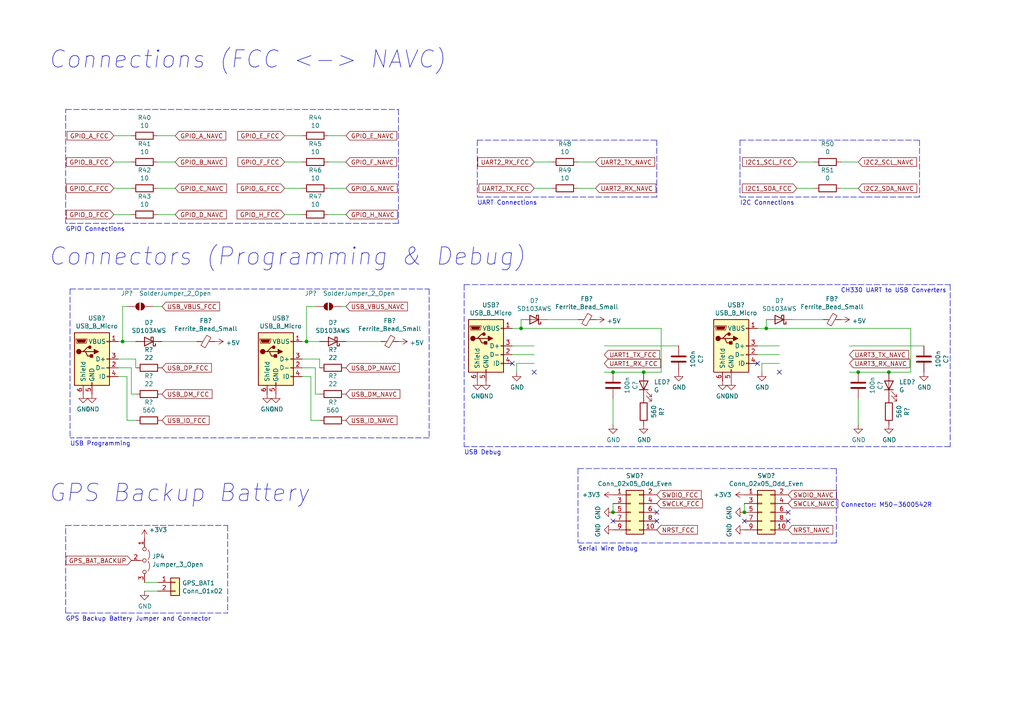
<source format=kicad_sch>
(kicad_sch (version 20231120) (generator "eeschema") (generator_version "8.0")
  (paper "A4")
  (title_block (title "Connections") (date "2019-10-27") (rev "0.1"))
  (lib_symbols
    (symbol "Connector_Generic:Conn_01x02" (pin_names (offset 1.016) hide)
      (property "Reference" "J" (at 0 2.54 0))
      (property "Value" "Conn_01x02" (at 0 -5.08 0))
      (symbol "Conn_01x02_1_1"
        (rectangle (start -1.27 -2.413) (end 0 -2.667) (stroke (width 0.1524)))
        (rectangle (start -1.27 0.127) (end 0 -0.127) (stroke (width 0.1524)))
        (rectangle (start -1.27 1.27) (end 1.27 -3.81) (stroke (width 0.254)) (fill (type background)))
        (pin passive line (at -5.08 0 0) (length 3.81) (name "Pin_1") (number "1"))
        (pin passive line (at -5.08 -2.54 0) (length 3.81) (name "Pin_2") (number "2"))
      )
    )
    (symbol "Connector_Generic:Conn_02x05_Odd_Even" (pin_names (offset 1.016) hide)
      (property "Reference" "J" (at 1.27 7.62 0))
      (property "Value" "Conn_02x05_Odd_Even" (at 1.27 -7.62 0))
      (symbol "Conn_02x05_Odd_Even_1_1"
        (rectangle (start -1.27 -4.953) (end 0 -5.207) (stroke (width 0.1524)))
        (rectangle (start -1.27 -2.413) (end 0 -2.667) (stroke (width 0.1524)))
        (rectangle (start -1.27 0.127) (end 0 -0.127) (stroke (width 0.1524)))
        (rectangle (start -1.27 2.667) (end 0 2.413) (stroke (width 0.1524)))
        (rectangle (start -1.27 5.207) (end 0 4.953) (stroke (width 0.1524)))
        (rectangle (start -1.27 6.35) (end 3.81 -6.35) (stroke (width 0.254)) (fill (type background)))
        (rectangle (start 3.81 -4.953) (end 2.54 -5.207) (stroke (width 0.1524)))
        (rectangle (start 3.81 -2.413) (end 2.54 -2.667) (stroke (width 0.1524)))
        (rectangle (start 3.81 0.127) (end 2.54 -0.127) (stroke (width 0.1524)))
        (rectangle (start 3.81 2.667) (end 2.54 2.413) (stroke (width 0.1524)))
        (rectangle (start 3.81 5.207) (end 2.54 4.953) (stroke (width 0.1524)))
        (pin passive line (at -5.08 5.08 0) (length 3.81) (name "Pin_1") (number "1"))
        (pin passive line (at 7.62 -5.08 180) (length 3.81) (name "Pin_10") (number "10"))
        (pin passive line (at 7.62 5.08 180) (length 3.81) (name "Pin_2") (number "2"))
        (pin passive line (at -5.08 2.54 0) (length 3.81) (name "Pin_3") (number "3"))
        (pin passive line (at 7.62 2.54 180) (length 3.81) (name "Pin_4") (number "4"))
        (pin passive line (at -5.08 0 0) (length 3.81) (name "Pin_5") (number "5"))
        (pin passive line (at 7.62 0 180) (length 3.81) (name "Pin_6") (number "6"))
        (pin passive line (at -5.08 -2.54 0) (length 3.81) (name "Pin_7") (number "7"))
        (pin passive line (at 7.62 -2.54 180) (length 3.81) (name "Pin_8") (number "8"))
        (pin passive line (at -5.08 -5.08 0) (length 3.81) (name "Pin_9") (number "9"))
      )
    )
    (symbol "Device:C" (pin_numbers hide) (pin_names (offset 0.254))
      (property "Reference" "C" (at 0.635 2.54 0))
      (property "Value" "C" (at 0.635 -2.54 0))
      (symbol "C_0_1"
        (polyline (pts (xy -2.032 -0.762) (xy 2.032 -0.762)) (stroke (width 0.508)))
        (polyline (pts (xy -2.032 0.762) (xy 2.032 0.762)) (stroke (width 0.508)))
      )
      (symbol "C_1_1"
        (pin passive line (at 0 3.81 270) (length 2.794) (name "~") (number "1"))
        (pin passive line (at 0 -3.81 90) (length 2.794) (name "~") (number "2"))
      )
    )
    (symbol "Device:D_Schottky" (pin_numbers hide) (pin_names (offset 1.016) hide)
      (property "Reference" "D" (at 0 2.54 0))
      (property "Value" "D_Schottky" (at 0 -2.54 0))
      (symbol "D_Schottky_0_1"
        (polyline (pts (xy 1.27 0) (xy -1.27 0)))
        (polyline (pts (xy 1.27 1.27) (xy 1.27 -1.27) (xy -1.27 0) (xy 1.27 1.27)) (stroke (width 0.254)))
        (polyline (pts (xy -1.905 0.635) (xy -1.905 1.27) (xy -1.27 1.27) (xy -1.27 -1.27) (xy -0.635 -1.27) (xy -0.635 -0.635)) (stroke (width 0.254)))
      )
      (symbol "D_Schottky_1_1"
        (pin passive line (at -3.81 0 0) (length 2.54) (name "K") (number "1"))
        (pin passive line (at 3.81 0 180) (length 2.54) (name "A") (number "2"))
      )
    )
    (symbol "Device:LED" (pin_numbers hide) (pin_names (offset 1.016) hide)
      (property "Reference" "D" (at 0 2.54 0))
      (property "Value" "LED" (at 0 -2.54 0))
      (symbol "LED_0_1"
        (polyline (pts (xy -1.27 -1.27) (xy -1.27 1.27)) (stroke (width 0.254)))
        (polyline (pts (xy -1.27 0) (xy 1.27 0)))
        (polyline (pts (xy 1.27 -1.27) (xy 1.27 1.27) (xy -1.27 0) (xy 1.27 -1.27)) (stroke (width 0.254)))
        (polyline (pts (xy -3.048 -0.762) (xy -4.572 -2.286) (xy -3.81 -2.286) (xy -4.572 -2.286) (xy -4.572 -1.524)))
        (polyline (pts (xy -1.778 -0.762) (xy -3.302 -2.286) (xy -2.54 -2.286) (xy -3.302 -2.286) (xy -3.302 -1.524)))
      )
      (symbol "LED_1_1"
        (pin passive line (at -3.81 0 0) (length 2.54) (name "K") (number "1"))
        (pin passive line (at 3.81 0 180) (length 2.54) (name "A") (number "2"))
      )
    )
    (symbol "Device:R" (pin_numbers hide) (pin_names (offset 0))
      (property "Reference" "R" (at 2.032 0 90))
      (property "Value" "R" (at 0 0 90))
      (symbol "R_0_1"
        (rectangle (start -1.016 -2.54) (end 1.016 2.54) (stroke (width 0.254)))
      )
      (symbol "R_1_1"
        (pin passive line (at 0 3.81 270) (length 1.27) (name "~") (number "1"))
        (pin passive line (at 0 -3.81 90) (length 1.27) (name "~") (number "2"))
      )
    )
    (symbol "Hades-rescue:+3.3V-power" (power) (pin_names (offset 0))
      (property "Value" "power:+3.3V" (at 0 3.556 0))
      (symbol "+3.3V-power_0_1"
        (polyline (pts (xy -0.762 1.27) (xy 0 2.54)))
        (polyline (pts (xy 0 0) (xy 0 2.54)))
        (polyline (pts (xy 0 2.54) (xy 0.762 1.27)))
      )
      (symbol "+3.3V-power_1_1"
        (pin power_in line (at 0 0 90) (length 0) hide (name "+3V3") (number "1"))
      )
    )
    (symbol "Hades-rescue:+3V3-power" (power) (pin_names (offset 0))
      (property "Value" "power:+3V3" (at 0 3.556 0))
      (symbol "+3V3-power_0_1"
        (polyline (pts (xy -0.762 1.27) (xy 0 2.54)))
        (polyline (pts (xy 0 0) (xy 0 2.54)))
        (polyline (pts (xy 0 2.54) (xy 0.762 1.27)))
      )
      (symbol "+3V3-power_1_1"
        (pin power_in line (at 0 0 90) (length 0) hide (name "+3V3") (number "1"))
      )
    )
    (symbol "Hades-rescue:+5V-power" (power) (pin_names (offset 0))
      (property "Value" "power:+5V" (at 0 3.556 0))
      (symbol "+5V-power_0_1"
        (polyline (pts (xy -0.762 1.27) (xy 0 2.54)))
        (polyline (pts (xy 0 0) (xy 0 2.54)))
        (polyline (pts (xy 0 2.54) (xy 0.762 1.27)))
      )
      (symbol "+5V-power_1_1"
        (pin power_in line (at 0 0 90) (length 0) hide (name "+5V") (number "1"))
      )
    )
    (symbol "Hades-rescue:Ferrite_Bead_Small-Device" (pin_numbers hide) (pin_names (offset 0))
      (property "Reference" "L" (at 1.905 1.27 0))
      (property "Value" "Device:Ferrite_Bead_Small" (at 1.905 -1.27 0))
      (symbol "Ferrite_Bead_Small-Device_0_1"
        (polyline (pts (xy 0 -1.27) (xy 0 -0.7874)))
        (polyline (pts (xy 0 0.889) (xy 0 1.2954)))
        (polyline (pts (xy -1.8288 0.2794) (xy -1.1176 1.4986) (xy 1.8288 -0.2032) (xy 1.1176 -1.4224) (xy -1.8288 0.2794)))
      )
      (symbol "Ferrite_Bead_Small-Device_1_1"
        (pin passive line (at 0 2.54 270) (length 1.27) (name "~") (number "1"))
        (pin passive line (at 0 -2.54 90) (length 1.27) (name "~") (number "2"))
      )
    )
    (symbol "Hades-rescue:GND-power" (power) (pin_names (offset 0))
      (property "Value" "power:GND" (at 0 -3.81 0))
      (symbol "GND-power_0_1"
        (polyline (pts (xy 0 0) (xy 0 -1.27) (xy 1.27 -1.27) (xy 0 -2.54) (xy -1.27 -1.27) (xy 0 -1.27)))
      )
      (symbol "GND-power_1_1"
        (pin power_in line (at 0 0 270) (length 0) hide (name "GND") (number "1"))
      )
    )
    (symbol "Hades-rescue:Jumper_3_Open-Jumper" (pin_names (offset 0) hide)
      (property "Reference" "JP" (at -2.54 -2.54 0))
      (property "Value" "Jumper:Jumper_3_Open" (at 0 2.794 0))
      (symbol "Jumper_3_Open-Jumper_0_0"
        (circle (center -3.302 0) (radius 0.508))
        (circle (center 0 0) (radius 0.508))
        (circle (center 3.302 0) (radius 0.508))
      )
      (symbol "Jumper_3_Open-Jumper_0_1"
        (arc (start -0.254 1.016) (mid -1.651 1.4992) (end -3.048 1.016))
        (polyline (pts (xy 0 -0.508) (xy 0 -1.27)))
        (arc (start 3.048 1.016) (mid 1.651 1.4992) (end 0.254 1.016))
      )
      (symbol "Jumper_3_Open-Jumper_1_1"
        (pin passive line (at -6.35 0 0) (length 2.54) (name "A") (number "1"))
        (pin input line (at 0 -3.81 90) (length 2.54) (name "C") (number "2"))
        (pin passive line (at 6.35 0 180) (length 2.54) (name "B") (number "3"))
      )
    )
    (symbol "Hades-rescue:USB_B_Micro-Connector" (pin_names (offset 1.016))
      (property "Reference" "J" (at -5.08 11.43 0))
      (property "Value" "Connector:USB_B_Micro" (at -5.08 8.89 0))
      (symbol "USB_B_Micro-Connector_0_1"
        (rectangle (start -5.08 -7.62) (end 5.08 7.62) (stroke (width 0.254)) (fill (type background)))
        (circle (center -3.81 2.159) (radius 0.635) (stroke (width 0.254)) (fill (type outline)))
        (circle (center -0.635 3.429) (radius 0.381) (stroke (width 0.254)) (fill (type outline)))
        (rectangle (start -0.127 -7.62) (end 0.127 -6.858))
        (polyline (pts (xy -1.905 2.159) (xy 0.635 2.159)) (stroke (width 0.254)))
        (polyline (pts (xy -3.175 2.159) (xy -2.54 2.159) (xy -1.27 3.429) (xy -0.635 3.429)) (stroke (width 0.254)))
        (polyline (pts (xy -2.54 2.159) (xy -1.905 2.159) (xy -1.27 0.889) (xy 0 0.889)) (stroke (width 0.254)))
        (polyline (pts (xy 0.635 2.794) (xy 0.635 1.524) (xy 1.905 2.159) (xy 0.635 2.794)) (stroke (width 0.254)) (fill (type outline)))
        (polyline (pts (xy -4.318 5.588) (xy -1.778 5.588) (xy -2.032 4.826) (xy -4.064 4.826) (xy -4.318 5.588)) (fill (type outline)))
        (polyline (pts (xy -4.699 5.842) (xy -4.699 5.588) (xy -4.445 4.826) (xy -4.445 4.572) (xy -1.651 4.572) (xy -1.651 4.826) (xy -1.397 5.588) (xy -1.397 5.842) (xy -4.699 5.842)))
        (rectangle (start 0.254 1.27) (end -0.508 0.508) (stroke (width 0.254)) (fill (type outline)))
        (rectangle (start 5.08 -5.207) (end 4.318 -4.953))
        (rectangle (start 5.08 -2.667) (end 4.318 -2.413))
        (rectangle (start 5.08 -0.127) (end 4.318 0.127))
        (rectangle (start 5.08 4.953) (end 4.318 5.207))
      )
      (symbol "USB_B_Micro-Connector_1_1"
        (pin power_out line (at 7.62 5.08 180) (length 2.54) (name "VBUS") (number "1"))
        (pin passive line (at 7.62 -2.54 180) (length 2.54) (name "D-") (number "2"))
        (pin passive line (at 7.62 0 180) (length 2.54) (name "D+") (number "3"))
        (pin passive line (at 7.62 -5.08 180) (length 2.54) (name "ID") (number "4"))
        (pin power_out line (at 0 -10.16 90) (length 2.54) (name "GND") (number "5"))
        (pin passive line (at -2.54 -10.16 90) (length 2.54) (name "Shield") (number "6"))
      )
    )
    (symbol "Jumper:SolderJumper_2_Open" (pin_numbers hide) (pin_names (offset 0) hide) (exclude_from_sim yes) (in_bom no)
      (property "Reference" "JP" (at 0 2.032 0))
      (property "Value" "SolderJumper_2_Open" (at 0 -2.54 0))
      (symbol "SolderJumper_2_Open_0_1"
        (arc (start -0.254 1.016) (mid -1.2656 0) (end -0.254 -1.016))
        (arc (start -0.254 1.016) (mid -1.2656 0) (end -0.254 -1.016) (fill (type outline)))
        (polyline (pts (xy -0.254 1.016) (xy -0.254 -1.016)))
        (polyline (pts (xy 0.254 1.016) (xy 0.254 -1.016)))
        (arc (start 0.254 -1.016) (mid 1.2656 0) (end 0.254 1.016))
        (arc (start 0.254 -1.016) (mid 1.2656 0) (end 0.254 1.016) (fill (type outline)))
      )
      (symbol "SolderJumper_2_Open_1_1"
        (pin passive line (at -3.81 0 0) (length 2.54) (name "A") (number "1"))
        (pin passive line (at 3.81 0 180) (length 2.54) (name "B") (number "2"))
      )
    )
  )
  (junction (at 186.69 107.95))
  (junction (at 222.25 95.25))
  (junction (at 215.9 148.59))
  (junction (at 177.8 107.95))
  (junction (at 151.13 95.25))
  (junction (at 177.8 148.59))
  (junction (at 88.9 99.06))
  (junction (at 257.81 107.95))
  (junction (at 248.92 107.95))
  (junction (at 35.56 99.06))
  (no_connect (at 219.71 105.41))
  (no_connect (at 190.5 151.13))
  (no_connect (at 190.5 148.59))
  (no_connect (at 226.06 107.95))
  (no_connect (at 154.94 107.95))
  (no_connect (at 228.6 151.13))
  (no_connect (at 148.59 105.41))
  (no_connect (at 177.8 151.13))
  (no_connect (at 228.6 148.59))
  (no_connect (at 215.9 151.13))
  (wire (pts (xy 220.98 105.41) (xy 226.06 105.41)))
  (polyline (pts (xy 167.64 135.89) (xy 242.57 135.89)) (stroke (width 0) (type dash)))
  (wire (pts (xy 38.1 39.37) (xy 33.02 39.37)))
  (wire (pts (xy 236.22 46.99) (xy 231.14 46.99)))
  (wire (pts (xy 191.77 95.25) (xy 191.77 107.95)))
  (wire (pts (xy 38.1 106.68) (xy 38.1 114.3)))
  (wire (pts (xy 91.44 88.9) (xy 88.9 88.9)))
  (polyline (pts (xy 134.62 82.55) (xy 275.59 82.55)) (stroke (width 0) (type dash)))
  (wire (pts (xy 88.9 88.9) (xy 88.9 99.06)))
  (wire (pts (xy 151.13 92.71) (xy 151.13 95.25)))
  (wire (pts (xy 100.33 46.99) (xy 95.25 46.99)))
  (polyline (pts (xy 115.57 31.75) (xy 115.57 64.77)) (stroke (width 0) (type dash)))
  (wire (pts (xy 92.71 104.14) (xy 87.63 104.14)))
  (wire (pts (xy 50.8 54.61) (xy 45.72 54.61)))
  (wire (pts (xy 222.25 95.25) (xy 264.16 95.25)))
  (wire (pts (xy 34.29 109.22) (xy 36.83 109.22)))
  (wire (pts (xy 35.56 88.9) (xy 35.56 99.06)))
  (wire (pts (xy 238.76 92.71) (xy 229.87 92.71)))
  (wire (pts (xy 148.59 95.25) (xy 151.13 95.25)))
  (polyline (pts (xy 134.62 82.55) (xy 134.62 129.54)) (stroke (width 0) (type dash)))
  (wire (pts (xy 87.63 54.61) (xy 82.55 54.61)))
  (wire (pts (xy 34.29 99.06) (xy 35.56 99.06)))
  (polyline (pts (xy 66.04 152.4) (xy 66.04 177.8)) (stroke (width 0) (type dash)))
  (wire (pts (xy 50.8 39.37) (xy 45.72 39.37)))
  (wire (pts (xy 33.02 62.23) (xy 38.1 62.23)))
  (wire (pts (xy 87.63 39.37) (xy 82.55 39.37)))
  (wire (pts (xy 149.86 107.95) (xy 149.86 105.41)))
  (wire (pts (xy 160.02 54.61) (xy 154.94 54.61)))
  (wire (pts (xy 41.91 171.45) (xy 45.72 171.45)))
  (polyline (pts (xy 190.5 57.15) (xy 138.43 57.15)) (stroke (width 0) (type dash)))
  (wire (pts (xy 148.59 102.87) (xy 154.94 102.87)))
  (wire (pts (xy 167.64 92.71) (xy 158.75 92.71)))
  (polyline (pts (xy 275.59 129.54) (xy 134.62 129.54)) (stroke (width 0) (type dash)))
  (polyline (pts (xy 124.46 127) (xy 20.32 127)) (stroke (width 0) (type dash)))
  (wire (pts (xy 100.33 54.61) (xy 95.25 54.61)))
  (polyline (pts (xy 214.63 40.64) (xy 266.7 40.64)) (stroke (width 0) (type dash)))
  (wire (pts (xy 186.69 107.95) (xy 191.77 107.95)))
  (wire (pts (xy 248.92 46.99) (xy 243.84 46.99)))
  (wire (pts (xy 91.44 106.68) (xy 91.44 114.3)))
  (wire (pts (xy 92.71 106.68) (xy 92.71 104.14)))
  (wire (pts (xy 90.17 121.92) (xy 92.71 121.92)))
  (polyline (pts (xy 19.05 152.4) (xy 66.04 152.4)) (stroke (width 0) (type dash)))
  (wire (pts (xy 36.83 121.92) (xy 39.37 121.92)))
  (wire (pts (xy 177.8 107.95) (xy 186.69 107.95)))
  (wire (pts (xy 160.02 46.99) (xy 154.94 46.99)))
  (wire (pts (xy 100.33 99.06) (xy 110.49 99.06)))
  (polyline (pts (xy 138.43 40.64) (xy 190.5 40.64)) (stroke (width 0) (type dash)))
  (wire (pts (xy 87.63 109.22) (xy 90.17 109.22)))
  (wire (pts (xy 91.44 114.3) (xy 92.71 114.3)))
  (wire (pts (xy 57.15 99.06) (xy 46.99 99.06)))
  (wire (pts (xy 45.72 168.91) (xy 41.91 168.91)))
  (wire (pts (xy 39.37 106.68) (xy 39.37 104.14)))
  (wire (pts (xy 35.56 99.06) (xy 39.37 99.06)))
  (wire (pts (xy 99.06 88.9) (xy 100.33 88.9)))
  (wire (pts (xy 222.25 92.71) (xy 222.25 95.25)))
  (wire (pts (xy 87.63 62.23) (xy 82.55 62.23)))
  (wire (pts (xy 50.8 46.99) (xy 45.72 46.99)))
  (polyline (pts (xy 20.32 83.82) (xy 20.32 127)) (stroke (width 0) (type dash)))
  (wire (pts (xy 87.63 99.06) (xy 88.9 99.06)))
  (polyline (pts (xy 19.05 31.75) (xy 115.57 31.75)) (stroke (width 0) (type dash)))
  (polyline (pts (xy 190.5 40.64) (xy 190.5 57.15)) (stroke (width 0) (type dash)))
  (wire (pts (xy 248.92 107.95) (xy 257.81 107.95)))
  (wire (pts (xy 219.71 95.25) (xy 222.25 95.25)))
  (wire (pts (xy 175.26 100.33) (xy 196.85 100.33)))
  (wire (pts (xy 88.9 99.06) (xy 92.71 99.06)))
  (wire (pts (xy 149.86 105.41) (xy 154.94 105.41)))
  (wire (pts (xy 87.63 106.68) (xy 91.44 106.68)))
  (polyline (pts (xy 242.57 135.89) (xy 242.57 157.48)) (stroke (width 0) (type dash)))
  (wire (pts (xy 151.13 95.25) (xy 191.77 95.25)))
  (polyline (pts (xy 20.32 83.82) (xy 124.46 83.82)) (stroke (width 0) (type dash)))
  (polyline (pts (xy 115.57 64.77) (xy 19.05 64.77)) (stroke (width 0) (type dash)))
  (polyline (pts (xy 266.7 40.64) (xy 266.7 57.15)) (stroke (width 0) (type dash)))
  (wire (pts (xy 215.9 148.59) (xy 215.9 146.05)))
  (polyline (pts (xy 19.05 177.8) (xy 66.04 177.8)) (stroke (width 0) (type dash)))
  (polyline (pts (xy 19.05 177.8) (xy 19.05 152.4)) (stroke (width 0) (type dash)))
  (wire (pts (xy 90.17 109.22) (xy 90.17 121.92)))
  (wire (pts (xy 257.81 107.95) (xy 264.16 107.95)))
  (wire (pts (xy 172.72 54.61) (xy 167.64 54.61)))
  (polyline (pts (xy 124.46 83.82) (xy 124.46 127)) (stroke (width 0) (type dash)))
  (wire (pts (xy 264.16 95.25) (xy 264.16 107.95)))
  (wire (pts (xy 33.02 54.61) (xy 38.1 54.61)))
  (wire (pts (xy 36.83 88.9) (xy 35.56 88.9)))
  (polyline (pts (xy 266.7 57.15) (xy 214.63 57.15)) (stroke (width 0) (type dash)))
  (polyline (pts (xy 214.63 40.64) (xy 214.63 57.15)) (stroke (width 0) (type dash)))
  (wire (pts (xy 236.22 54.61) (xy 231.14 54.61)))
  (wire (pts (xy 50.8 62.23) (xy 45.72 62.23)))
  (polyline (pts (xy 138.43 40.64) (xy 138.43 57.15)) (stroke (width 0) (type dash)))
  (wire (pts (xy 87.63 46.99) (xy 82.55 46.99)))
  (wire (pts (xy 33.02 46.99) (xy 38.1 46.99)))
  (wire (pts (xy 177.8 107.95) (xy 175.26 107.95)))
  (wire (pts (xy 46.99 88.9) (xy 44.45 88.9)))
  (wire (pts (xy 219.71 102.87) (xy 226.06 102.87)))
  (polyline (pts (xy 242.57 157.48) (xy 167.64 157.48)) (stroke (width 0) (type dash)))
  (wire (pts (xy 100.33 39.37) (xy 95.25 39.37)))
  (wire (pts (xy 246.38 100.33) (xy 267.97 100.33)))
  (wire (pts (xy 39.37 104.14) (xy 34.29 104.14)))
  (wire (pts (xy 248.92 123.19) (xy 248.92 115.57)))
  (wire (pts (xy 172.72 46.99) (xy 167.64 46.99)))
  (wire (pts (xy 36.83 109.22) (xy 36.83 121.92)))
  (polyline (pts (xy 167.64 135.89) (xy 167.64 157.48)) (stroke (width 0) (type dash)))
  (wire (pts (xy 100.33 62.23) (xy 95.25 62.23)))
  (wire (pts (xy 248.92 54.61) (xy 243.84 54.61)))
  (wire (pts (xy 38.1 114.3) (xy 39.37 114.3)))
  (wire (pts (xy 248.92 107.95) (xy 246.38 107.95)))
  (wire (pts (xy 34.29 106.68) (xy 38.1 106.68)))
  (polyline (pts (xy 19.05 64.77) (xy 19.05 31.75)) (stroke (width 0) (type dash)))
  (polyline (pts (xy 275.59 82.55) (xy 275.59 129.54)) (stroke (width 0) (type dash)))
  (wire (pts (xy 177.8 123.19) (xy 177.8 115.57)))
  (wire (pts (xy 177.8 148.59) (xy 177.8 146.05)))
  (wire (pts (xy 148.59 100.33) (xy 154.94 100.33)))
  (wire (pts (xy 219.71 100.33) (xy 226.06 100.33)))
  (wire (pts (xy 220.98 107.95) (xy 220.98 105.41)))
  (text "GPS Backup Battery" (at 13.97 146.05 0) (effects (font (size 5.0038 5.0038) (italic yes)) (justify left bottom)))
  (text "UART Connections" (at 138.43 59.69 0) (effects (font (size 1.27 1.27)) (justify left bottom)))
  (text "Connections (FCC <-> NAVC)" (at 13.97 20.32 0) (effects (font (size 5.0038 5.0038) (italic yes)) (justify left bottom)))
  (text "USB Debug" (at 134.62 132.08 0) (effects (font (size 1.27 1.27)) (justify left bottom)))
  (text "I2C Connections" (at 214.63 59.69 0) (effects (font (size 1.27 1.27)) (justify left bottom)))
  (text "Connector: M50-3600542R" (at 243.84 147.32 0) (effects (font (size 1.27 1.27)) (justify left bottom)))
  (text "Serial Wire Debug" (at 167.64 160.02 0) (effects (font (size 1.27 1.27)) (justify left bottom)))
  (text "CH330 UART to USB Converters" (at 243.84 85.09 0) (effects (font (size 1.27 1.27)) (justify left bottom)))
  (text "USB Programming" (at 20.32 129.54 0) (effects (font (size 1.27 1.27)) (justify left bottom)))
  (text "GPIO Connections" (at 19.05 67.31 0) (effects (font (size 1.27 1.27)) (justify left bottom)))
  (text "Connectors (Programming & Debug)" (at 13.97 77.47 0) (effects (font (size 5.0038 5.0038) (italic yes)) (justify left bottom)))
  (text "GPS Backup Battery Jumper and Connector" (at 19.05 180.34 0) (effects (font (size 1.27 1.27)) (justify left bottom)))
  (global_label "I2C2_SDA_NAVC" (shape input) (at 248.92 54.61 0) (property "Intersheetrefs" "${INTERSHEET_REFS}" (effects (hide yes))))
  (global_label "UART2_TX_NAVC" (shape input) (at 172.72 46.99 0) (property "Intersheetrefs" "${INTERSHEET_REFS}" (effects (hide yes))))
  (global_label "GPS_BAT_BACKUP" (shape input) (at 38.1 162.56 180) (property "Intersheetrefs" "${INTERSHEET_REFS}" (effects (hide yes))))
  (global_label "I2C1_SDA_FCC" (shape input) (at 231.14 54.61 180) (property "Intersheetrefs" "${INTERSHEET_REFS}" (effects (hide yes))))
  (global_label "USB_ID_FCC" (shape input) (at 46.99 121.92 0) (property "Intersheetrefs" "${INTERSHEET_REFS}" (effects (hide yes))))
  (global_label "GPIO_E_NAVC" (shape input) (at 100.33 39.37 0) (property "Intersheetrefs" "${INTERSHEET_REFS}" (effects (hide yes))))
  (global_label "GPIO_H_FCC" (shape input) (at 82.55 62.23 180) (property "Intersheetrefs" "${INTERSHEET_REFS}" (effects (hide yes))))
  (global_label "NRST_FCC" (shape input) (at 190.5 153.67 0) (property "Intersheetrefs" "${INTERSHEET_REFS}" (effects (hide yes))))
  (global_label "GPIO_C_FCC" (shape input) (at 33.02 54.61 180) (property "Intersheetrefs" "${INTERSHEET_REFS}" (effects (hide yes))))
  (global_label "USB_ID_NAVC" (shape input) (at 100.33 121.92 0) (property "Intersheetrefs" "${INTERSHEET_REFS}" (effects (hide yes))))
  (global_label "UART3_RX_NAVC" (shape input) (at 246.38 105.41 0) (property "Intersheetrefs" "${INTERSHEET_REFS}" (effects (hide yes))))
  (global_label "GPIO_A_NAVC" (shape input) (at 50.8 39.37 0) (property "Intersheetrefs" "${INTERSHEET_REFS}" (effects (hide yes))))
  (global_label "USB_DM_NAVC" (shape input) (at 100.33 114.3 0) (property "Intersheetrefs" "${INTERSHEET_REFS}" (effects (hide yes))))
  (global_label "UART1_RX_FCC" (shape input) (at 175.26 105.41 0) (property "Intersheetrefs" "${INTERSHEET_REFS}" (effects (hide yes))))
  (global_label "UART2_RX_NAVC" (shape input) (at 172.72 54.61 0) (property "Intersheetrefs" "${INTERSHEET_REFS}" (effects (hide yes))))
  (global_label "GPIO_A_FCC" (shape input) (at 33.02 39.37 180) (property "Intersheetrefs" "${INTERSHEET_REFS}" (effects (hide yes))))
  (global_label "GPIO_H_NAVC" (shape input) (at 100.33 62.23 0) (property "Intersheetrefs" "${INTERSHEET_REFS}" (effects (hide yes))))
  (global_label "I2C2_SCL_NAVC" (shape input) (at 248.92 46.99 0) (property "Intersheetrefs" "${INTERSHEET_REFS}" (effects (hide yes))))
  (global_label "UART3_TX_NAVC" (shape input) (at 246.38 102.87 0) (property "Intersheetrefs" "${INTERSHEET_REFS}" (effects (hide yes))))
  (global_label "USB_VBUS_FCC" (shape input) (at 46.99 88.9 0) (property "Intersheetrefs" "${INTERSHEET_REFS}" (effects (hide yes))))
  (global_label "I2C1_SCL_FCC" (shape input) (at 231.14 46.99 180) (property "Intersheetrefs" "${INTERSHEET_REFS}" (effects (hide yes))))
  (global_label "NRST_NAVC" (shape input) (at 228.6 153.67 0) (property "Intersheetrefs" "${INTERSHEET_REFS}" (effects (hide yes))))
  (global_label "USB_DP_NAVC" (shape input) (at 100.33 106.68 0) (property "Intersheetrefs" "${INTERSHEET_REFS}" (effects (hide yes))))
  (global_label "GPIO_B_FCC" (shape input) (at 33.02 46.99 180) (property "Intersheetrefs" "${INTERSHEET_REFS}" (effects (hide yes))))
  (global_label "GPIO_G_FCC" (shape input) (at 82.55 54.61 180) (property "Intersheetrefs" "${INTERSHEET_REFS}" (effects (hide yes))))
  (global_label "SWCLK_NAVC" (shape input) (at 228.6 146.05 0) (property "Intersheetrefs" "${INTERSHEET_REFS}" (effects (hide yes))))
  (global_label "USB_DP_FCC" (shape input) (at 46.99 106.68 0) (property "Intersheetrefs" "${INTERSHEET_REFS}" (effects (hide yes))))
  (global_label "GPIO_D_NAVC" (shape input) (at 50.8 62.23 0) (property "Intersheetrefs" "${INTERSHEET_REFS}" (effects (hide yes))))
  (global_label "SWCLK_FCC" (shape input) (at 190.5 146.05 0) (property "Intersheetrefs" "${INTERSHEET_REFS}" (effects (hide yes))))
  (global_label "UART1_TX_FCC" (shape input) (at 175.26 102.87 0) (property "Intersheetrefs" "${INTERSHEET_REFS}" (effects (hide yes))))
  (global_label "USB_VBUS_NAVC" (shape input) (at 100.33 88.9 0) (property "Intersheetrefs" "${INTERSHEET_REFS}" (effects (hide yes))))
  (global_label "UART2_TX_FCC" (shape input) (at 154.94 54.61 180) (property "Intersheetrefs" "${INTERSHEET_REFS}" (effects (hide yes))))
  (global_label "GPIO_C_NAVC" (shape input) (at 50.8 54.61 0) (property "Intersheetrefs" "${INTERSHEET_REFS}" (effects (hide yes))))
  (global_label "UART2_RX_FCC" (shape input) (at 154.94 46.99 180) (property "Intersheetrefs" "${INTERSHEET_REFS}" (effects (hide yes))))
  (global_label "GPIO_G_NAVC" (shape input) (at 100.33 54.61 0) (property "Intersheetrefs" "${INTERSHEET_REFS}" (effects (hide yes))))
  (global_label "SWDIO_FCC" (shape input) (at 190.5 143.51 0) (property "Intersheetrefs" "${INTERSHEET_REFS}" (effects (hide yes))))
  (global_label "GPIO_B_NAVC" (shape input) (at 50.8 46.99 0) (property "Intersheetrefs" "${INTERSHEET_REFS}" (effects (hide yes))))
  (global_label "SWDIO_NAVC" (shape input) (at 228.6 143.51 0) (property "Intersheetrefs" "${INTERSHEET_REFS}" (effects (hide yes))))
  (global_label "GPIO_F_NAVC" (shape input) (at 100.33 46.99 0) (property "Intersheetrefs" "${INTERSHEET_REFS}" (effects (hide yes))))
  (global_label "GPIO_E_FCC" (shape input) (at 82.55 39.37 180) (property "Intersheetrefs" "${INTERSHEET_REFS}" (effects (hide yes))))
  (global_label "GPIO_D_FCC" (shape input) (at 33.02 62.23 180) (property "Intersheetrefs" "${INTERSHEET_REFS}" (effects (hide yes))))
  (global_label "USB_DM_FCC" (shape input) (at 46.99 114.3 0) (property "Intersheetrefs" "${INTERSHEET_REFS}" (effects (hide yes))))
  (global_label "GPIO_F_FCC" (shape input) (at 82.55 46.99 180) (property "Intersheetrefs" "${INTERSHEET_REFS}" (effects (hide yes))))
  (symbol (lib_id "Hades-rescue:USB_B_Micro-Connector") (at 26.67 104.14 0) (unit 1)
    (property "Reference" "USB1" (at 28.067 92.2782 0))
    (property "Value" "USB_B_Micro" (at 28.067 94.5896 0))
    (property "Footprint" "Connector_USB:USB_Micro-B_Wuerth_629105150521_CircularHoles" (effects (hide yes)))
    (instances (project "" (path "" (reference "USB?") (unit 1)) (path "" (reference "USB1") (unit 1))))
  )
  (symbol (lib_id "Device:R") (at 43.18 106.68 270) (unit 1)
    (property "Reference" "R52" (at 43.18 101.4222 90))
    (property "Value" "22" (at 43.18 103.7336 90))
    (property "Footprint" "Resistor_SMD:R_0402_1005Metric" (effects (hide yes)))
    (instances (project "" (path "" (reference "R?") (unit 1)) (path "" (reference "R52") (unit 1))))
  )
  (symbol (lib_id "Device:R") (at 43.18 114.3 270) (unit 1)
    (property "Reference" "R53" (at 43.18 109.0422 90))
    (property "Value" "22" (at 43.18 111.3536 90))
    (property "Footprint" "Resistor_SMD:R_0402_1005Metric" (effects (hide yes)))
    (instances (project "" (path "" (reference "R?") (unit 1)) (path "" (reference "R53") (unit 1))))
  )
  (symbol (lib_id "Device:R") (at 43.18 121.92 270) (unit 1)
    (property "Reference" "R54" (at 43.18 116.6622 90))
    (property "Value" "560" (at 43.18 118.9736 90))
    (property "Footprint" "Resistor_SMD:R_0402_1005Metric" (effects (hide yes)))
    (instances (project "" (path "" (reference "R?") (unit 1)) (path "" (reference "R54") (unit 1))))
  )
  (symbol (lib_id "Hades-rescue:GND-power") (at 24.13 114.3 0) (unit 1)
    (property "Reference" "#PWR019" (effects (hide yes)))
    (property "Value" "GND" (at 24.257 118.6942 0))
    (instances (project "" (path "" (reference "#PWR?") (unit 1)) (path "" (reference "#PWR019") (unit 1))))
  )
  (symbol (lib_id "Hades-rescue:GND-power") (at 26.67 114.3 0) (unit 1)
    (property "Reference" "#PWR021" (effects (hide yes)))
    (property "Value" "GND" (at 26.797 118.6942 0))
    (instances (project "" (path "" (reference "#PWR?") (unit 1)) (path "" (reference "#PWR021") (unit 1))))
  )
  (symbol (lib_id "Device:D_Schottky") (at 43.18 99.06 180) (unit 1)
    (property "Reference" "D2" (at 43.18 93.5736 0))
    (property "Value" "SD103AWS" (at 43.18 95.885 0))
    (property "Footprint" "Diode_SMD:D_SOD-323" (effects (hide yes)))
    (instances (project "" (path "" (reference "D?") (unit 1)) (path "" (reference "D2") (unit 1))))
  )
  (symbol (lib_id "Hades-rescue:+5V-power") (at 62.23 99.06 270) (unit 1)
    (property "Reference" "#PWR022" (effects (hide yes)))
    (property "Value" "+5V" (at 65.4812 99.441 90) (effects (justify left)))
    (instances (project "" (path "" (reference "#PWR?") (unit 1)) (path "" (reference "#PWR022") (unit 1))))
  )
  (symbol (lib_id "Hades-rescue:USB_B_Micro-Connector") (at 140.97 100.33 0) (unit 1)
    (property "Reference" "USB3" (at 142.367 88.4682 0))
    (property "Value" "USB_B_Micro" (at 142.367 90.7796 0))
    (property "Footprint" "Connector_USB:USB_Micro-B_Wuerth_629105150521_CircularHoles" (effects (hide yes)))
    (instances (project "" (path "" (reference "USB?") (unit 1)) (path "" (reference "USB3") (unit 1))))
  )
  (symbol (lib_id "Hades-rescue:GND-power") (at 138.43 110.49 0) (unit 1)
    (property "Reference" "#PWR026" (effects (hide yes)))
    (property "Value" "GND" (at 138.557 114.8842 0))
    (instances (project "" (path "" (reference "#PWR?") (unit 1)) (path "" (reference "#PWR026") (unit 1))))
  )
  (symbol (lib_id "Hades-rescue:GND-power") (at 140.97 110.49 0) (unit 1)
    (property "Reference" "#PWR027" (effects (hide yes)))
    (property "Value" "GND" (at 141.097 114.8842 0))
    (instances (project "" (path "" (reference "#PWR?") (unit 1)) (path "" (reference "#PWR027") (unit 1))))
  )
  (symbol (lib_id "Device:LED") (at 186.69 111.76 90) (unit 1)
    (property "Reference" "LED13" (at 189.6618 110.7948 90) (effects (justify right)))
    (property "Value" "G" (at 189.6618 113.1062 90) (effects (justify right)))
    (property "Footprint" "LED_SMD:LED_0603_1608Metric" (effects (hide yes)))
    (instances (project "" (path "" (reference "LED?") (unit 1)) (path "" (reference "LED13") (unit 1))))
  )
  (symbol (lib_id "Device:R") (at 186.69 119.38 180) (unit 1)
    (property "Reference" "R58" (at 191.9478 119.38 90))
    (property "Value" "560" (at 189.6364 119.38 90))
    (property "Footprint" "Resistor_SMD:R_0603_1608Metric" (effects (hide yes)))
    (instances (project "" (path "" (reference "R?") (unit 1)) (path "" (reference "R58") (unit 1))))
  )
  (symbol (lib_id "Hades-rescue:GND-power") (at 186.69 123.19 0) (unit 1)
    (property "Reference" "#PWR063" (effects (hide yes)))
    (property "Value" "GND" (at 186.817 127.5842 0))
    (instances (project "" (path "" (reference "#PWR?") (unit 1)) (path "" (reference "#PWR063") (unit 1))))
  )
  (symbol (lib_id "Device:C") (at 177.8 111.76 180) (unit 1)
    (property "Reference" "C68" (at 184.2008 111.76 90))
    (property "Value" "100n" (at 181.8894 111.76 90))
    (property "Footprint" "Capacitor_SMD:C_0402_1005Metric" (effects (hide yes)))
    (instances (project "" (path "" (reference "C?") (unit 1)) (path "" (reference "C68") (unit 1))))
  )
  (symbol (lib_id "Hades-rescue:GND-power") (at 177.8 123.19 0) (unit 1)
    (property "Reference" "#PWR031" (effects (hide yes)))
    (property "Value" "GND" (at 177.927 127.5842 0))
    (instances (project "" (path "" (reference "#PWR?") (unit 1)) (path "" (reference "#PWR031") (unit 1))))
  )
  (symbol (lib_id "Hades-rescue:GND-power") (at 149.86 107.95 0) (unit 1)
    (property "Reference" "#PWR028" (effects (hide yes)))
    (property "Value" "GND" (at 149.987 112.3442 0))
    (instances (project "" (path "" (reference "#PWR?") (unit 1)) (path "" (reference "#PWR028") (unit 1))))
  )
  (symbol (lib_id "Device:C") (at 196.85 104.14 180) (unit 1)
    (property "Reference" "C69" (at 203.2508 104.14 90))
    (property "Value" "100n" (at 200.9394 104.14 90))
    (property "Footprint" "Capacitor_SMD:C_0402_1005Metric" (effects (hide yes)))
    (instances (project "" (path "" (reference "C?") (unit 1)) (path "" (reference "C69") (unit 1))))
  )
  (symbol (lib_id "Hades-rescue:GND-power") (at 196.85 107.95 0) (unit 1)
    (property "Reference" "#PWR066" (effects (hide yes)))
    (property "Value" "GND" (at 196.977 112.3442 0))
    (instances (project "" (path "" (reference "#PWR?") (unit 1)) (path "" (reference "#PWR066") (unit 1))))
  )
  (symbol (lib_id "Hades-rescue:USB_B_Micro-Connector") (at 80.01 104.14 0) (unit 1)
    (property "Reference" "USB2" (at 81.407 92.2782 0))
    (property "Value" "USB_B_Micro" (at 81.407 94.5896 0))
    (property "Footprint" "Connector_USB:USB_Micro-B_Wuerth_629105150521_CircularHoles" (effects (hide yes)))
    (instances (project "" (path "" (reference "USB?") (unit 1)) (path "" (reference "USB2") (unit 1))))
  )
  (symbol (lib_id "Device:R") (at 96.52 106.68 270) (unit 1)
    (property "Reference" "R55" (at 96.52 101.4222 90))
    (property "Value" "22" (at 96.52 103.7336 90))
    (property "Footprint" "Resistor_SMD:R_0402_1005Metric" (effects (hide yes)))
    (instances (project "" (path "" (reference "R?") (unit 1)) (path "" (reference "R55") (unit 1))))
  )
  (symbol (lib_id "Device:R") (at 96.52 114.3 270) (unit 1)
    (property "Reference" "R56" (at 96.52 109.0422 90))
    (property "Value" "22" (at 96.52 111.3536 90))
    (property "Footprint" "Resistor_SMD:R_0402_1005Metric" (effects (hide yes)))
    (instances (project "" (path "" (reference "R?") (unit 1)) (path "" (reference "R56") (unit 1))))
  )
  (symbol (lib_id "Device:R") (at 96.52 121.92 270) (unit 1)
    (property "Reference" "R57" (at 96.52 116.6622 90))
    (property "Value" "560" (at 96.52 118.9736 90))
    (property "Footprint" "Resistor_SMD:R_0402_1005Metric" (effects (hide yes)))
    (instances (project "" (path "" (reference "R?") (unit 1)) (path "" (reference "R57") (unit 1))))
  )
  (symbol (lib_id "Hades-rescue:GND-power") (at 77.47 114.3 0) (unit 1)
    (property "Reference" "#PWR023" (effects (hide yes)))
    (property "Value" "GND" (at 77.597 118.6942 0))
    (instances (project "" (path "" (reference "#PWR?") (unit 1)) (path "" (reference "#PWR023") (unit 1))))
  )
  (symbol (lib_id "Hades-rescue:GND-power") (at 80.01 114.3 0) (unit 1)
    (property "Reference" "#PWR024" (effects (hide yes)))
    (property "Value" "GND" (at 80.137 118.6942 0))
    (instances (project "" (path "" (reference "#PWR?") (unit 1)) (path "" (reference "#PWR024") (unit 1))))
  )
  (symbol (lib_id "Device:D_Schottky") (at 96.52 99.06 180) (unit 1)
    (property "Reference" "D3" (at 96.52 93.5736 0))
    (property "Value" "SD103AWS" (at 96.52 95.885 0))
    (property "Footprint" "Diode_SMD:D_SOD-323" (effects (hide yes)))
    (instances (project "" (path "" (reference "D?") (unit 1)) (path "" (reference "D3") (unit 1))))
  )
  (symbol (lib_id "Hades-rescue:+5V-power") (at 115.57 99.06 270) (unit 1)
    (property "Reference" "#PWR025" (effects (hide yes)))
    (property "Value" "+5V" (at 118.8212 99.441 90) (effects (justify left)))
    (instances (project "" (path "" (reference "#PWR?") (unit 1)) (path "" (reference "#PWR025") (unit 1))))
  )
  (symbol (lib_id "Hades-rescue:USB_B_Micro-Connector") (at 212.09 100.33 0) (unit 1)
    (property "Reference" "USB4" (at 213.487 88.4682 0))
    (property "Value" "USB_B_Micro" (at 213.487 90.7796 0))
    (property "Footprint" "Connector_USB:USB_Micro-B_Wuerth_629105150521_CircularHoles" (effects (hide yes)))
    (instances (project "" (path "" (reference "USB?") (unit 1)) (path "" (reference "USB4") (unit 1))))
  )
  (symbol (lib_id "Hades-rescue:GND-power") (at 209.55 110.49 0) (unit 1)
    (property "Reference" "#PWR067" (effects (hide yes)))
    (property "Value" "GND" (at 209.677 114.8842 0))
    (instances (project "" (path "" (reference "#PWR?") (unit 1)) (path "" (reference "#PWR067") (unit 1))))
  )
  (symbol (lib_id "Hades-rescue:GND-power") (at 212.09 110.49 0) (unit 1)
    (property "Reference" "#PWR070" (effects (hide yes)))
    (property "Value" "GND" (at 212.217 114.8842 0))
    (instances (project "" (path "" (reference "#PWR?") (unit 1)) (path "" (reference "#PWR070") (unit 1))))
  )
  (symbol (lib_id "Device:LED") (at 257.81 111.76 90) (unit 1)
    (property "Reference" "LED14" (at 260.7818 110.7948 90) (effects (justify right)))
    (property "Value" "G" (at 260.7818 113.1062 90) (effects (justify right)))
    (property "Footprint" "LED_SMD:LED_0603_1608Metric" (effects (hide yes)))
    (instances (project "" (path "" (reference "LED?") (unit 1)) (path "" (reference "LED14") (unit 1))))
  )
  (symbol (lib_id "Device:R") (at 257.81 119.38 180) (unit 1)
    (property "Reference" "R59" (at 263.0678 119.38 90))
    (property "Value" "560" (at 260.7564 119.38 90))
    (property "Footprint" "Resistor_SMD:R_0603_1608Metric" (effects (hide yes)))
    (instances (project "" (path "" (reference "R?") (unit 1)) (path "" (reference "R59") (unit 1))))
  )
  (symbol (lib_id "Hades-rescue:GND-power") (at 257.81 123.19 0) (unit 1)
    (property "Reference" "#PWR0161" (effects (hide yes)))
    (property "Value" "GND" (at 257.937 127.5842 0))
    (instances (project "" (path "" (reference "#PWR?") (unit 1)) (path "" (reference "#PWR0161") (unit 1))))
  )
  (symbol (lib_id "Device:C") (at 248.92 111.76 180) (unit 1)
    (property "Reference" "C70" (at 255.3208 111.76 90))
    (property "Value" "100n" (at 253.0094 111.76 90))
    (property "Footprint" "Capacitor_SMD:C_0402_1005Metric" (effects (hide yes)))
    (instances (project "" (path "" (reference "C?") (unit 1)) (path "" (reference "C70") (unit 1))))
  )
  (symbol (lib_id "Hades-rescue:GND-power") (at 248.92 123.19 0) (unit 1)
    (property "Reference" "#PWR0129" (effects (hide yes)))
    (property "Value" "GND" (at 249.047 127.5842 0))
    (instances (project "" (path "" (reference "#PWR?") (unit 1)) (path "" (reference "#PWR0129") (unit 1))))
  )
  (symbol (lib_id "Hades-rescue:GND-power") (at 220.98 107.95 0) (unit 1)
    (property "Reference" "#PWR0112" (effects (hide yes)))
    (property "Value" "GND" (at 221.107 112.3442 0))
    (instances (project "" (path "" (reference "#PWR?") (unit 1)) (path "" (reference "#PWR0112") (unit 1))))
  )
  (symbol (lib_id "Device:C") (at 267.97 104.14 180) (unit 1)
    (property "Reference" "C71" (at 274.3708 104.14 90))
    (property "Value" "100n" (at 272.0594 104.14 90))
    (property "Footprint" "Capacitor_SMD:C_0402_1005Metric" (effects (hide yes)))
    (instances (project "" (path "" (reference "C?") (unit 1)) (path "" (reference "C71") (unit 1))))
  )
  (symbol (lib_id "Hades-rescue:GND-power") (at 267.97 107.95 0) (unit 1)
    (property "Reference" "#PWR0162" (effects (hide yes)))
    (property "Value" "GND" (at 268.097 112.3442 0))
    (instances (project "" (path "" (reference "#PWR?") (unit 1)) (path "" (reference "#PWR0162") (unit 1))))
  )
  (symbol (lib_id "Connector_Generic:Conn_02x05_Odd_Even") (at 182.88 148.59 0) (unit 1)
    (property "Reference" "SWD1" (at 184.15 137.9982 0))
    (property "Value" "Conn_02x05_Odd_Even" (at 184.15 140.3096 0))
    (property "Footprint" "Connector_PinHeader_1.27mm:PinHeader_2x05_P1.27mm_Vertical_SMD" (effects (hide yes)))
    (instances (project "" (path "" (reference "SWD?") (unit 1)) (path "" (reference "SWD1") (unit 1))))
  )
  (symbol (lib_id "Hades-rescue:GND-power") (at 177.8 148.59 270) (unit 1)
    (property "Reference" "#PWR046" (effects (hide yes)))
    (property "Value" "GND" (at 173.4058 148.717 0))
    (instances (project "" (path "" (reference "#PWR?") (unit 1)) (path "" (reference "#PWR046") (unit 1))))
  )
  (symbol (lib_id "Hades-rescue:GND-power") (at 177.8 153.67 270) (unit 1)
    (property "Reference" "#PWR048" (effects (hide yes)))
    (property "Value" "GND" (at 173.4058 153.797 0))
    (instances (project "" (path "" (reference "#PWR?") (unit 1)) (path "" (reference "#PWR048") (unit 1))))
  )
  (symbol (lib_id "Connector_Generic:Conn_02x05_Odd_Even") (at 220.98 148.59 0) (unit 1)
    (property "Reference" "SWD2" (at 222.25 137.9982 0))
    (property "Value" "Conn_02x05_Odd_Even" (at 222.25 140.3096 0))
    (property "Footprint" "Connector_PinHeader_1.27mm:PinHeader_2x05_P1.27mm_Vertical_SMD" (effects (hide yes)))
    (instances (project "" (path "" (reference "SWD?") (unit 1)) (path "" (reference "SWD2") (unit 1))))
  )
  (symbol (lib_id "Hades-rescue:GND-power") (at 215.9 148.59 270) (unit 1)
    (property "Reference" "#PWR073" (effects (hide yes)))
    (property "Value" "GND" (at 211.5058 148.717 0))
    (instances (project "" (path "" (reference "#PWR?") (unit 1)) (path "" (reference "#PWR073") (unit 1))))
  )
  (symbol (lib_id "Hades-rescue:GND-power") (at 215.9 153.67 270) (unit 1)
    (property "Reference" "#PWR0111" (effects (hide yes)))
    (property "Value" "GND" (at 211.5058 153.797 0))
    (instances (project "" (path "" (reference "#PWR?") (unit 1)) (path "" (reference "#PWR0111") (unit 1))))
  )
  (symbol (lib_id "CH330:otter_CH330") (at 165.1 104.14 0) (unit 1)
    (property "Reference" "U11" (at 158.75 97.79 0))
    (property "Value" "otter:CH330" (at 167.64 96.52 0))
    (property "Footprint" "Package_SO:SSOP-8_3.9x5.05mm_P1.27mm" (effects (hide yes)))
    (instances (project "" (path "" (reference "U?") (unit 1)) (path "" (reference "U11") (unit 1))))
  )
  (symbol (lib_id "CH330:otter_CH330") (at 236.22 104.14 0) (unit 1)
    (property "Reference" "U12" (at 229.87 97.79 0))
    (property "Value" "otter:CH330" (at 238.76 96.52 0))
    (property "Footprint" "Package_SO:SSOP-8_3.9x5.05mm_P1.27mm" (effects (hide yes)))
    (instances (project "" (path "" (reference "U?") (unit 1)) (path "" (reference "U12") (unit 1))))
  )
  (symbol (lib_id "Jumper:SolderJumper_2_Open") (at 40.64 88.9 0) (unit 1)
    (property "Reference" "JP1" (at 36.83 85.09 0))
    (property "Value" "SolderJumper_2_Open" (at 50.8 85.09 0))
    (property "Footprint" "Jumper:SolderJumper-2_P1.3mm_Open_RoundedPad1.0x1.5mm" (effects (hide yes)))
    (instances (project "" (path "" (reference "JP?") (unit 1)) (path "" (reference "JP1") (unit 1))))
  )
  (symbol (lib_id "Jumper:SolderJumper_2_Open") (at 95.25 88.9 0) (unit 1)
    (property "Reference" "JP2" (at 90.17 85.09 0))
    (property "Value" "SolderJumper_2_Open" (at 104.14 85.09 0))
    (property "Footprint" "Jumper:SolderJumper-2_P1.3mm_Open_RoundedPad1.0x1.5mm" (effects (hide yes)))
    (instances (project "" (path "" (reference "JP?") (unit 1)) (path "" (reference "JP2") (unit 1))))
  )
  (symbol (lib_id "Hades-rescue:Ferrite_Bead_Small-Device") (at 59.69 99.06 270) (unit 1)
    (property "Reference" "FB3" (at 59.69 93.0402 90))
    (property "Value" "Ferrite_Bead_Small" (at 59.69 95.3516 90))
    (property "Footprint" "Inductor_SMD:L_0402_1005Metric" (effects (hide yes)))
    (instances (project "" (path "" (reference "FB?") (unit 1)) (path "" (reference "FB3") (unit 1))))
  )
  (symbol (lib_id "Hades-rescue:Ferrite_Bead_Small-Device") (at 113.03 99.06 270) (unit 1)
    (property "Reference" "FB4" (at 113.03 93.0402 90))
    (property "Value" "Ferrite_Bead_Small" (at 113.03 95.3516 90))
    (property "Footprint" "Inductor_SMD:L_0402_1005Metric" (effects (hide yes)))
    (instances (project "" (path "" (reference "FB?") (unit 1)) (path "" (reference "FB4") (unit 1))))
  )
  (symbol (lib_id "Device:R") (at 41.91 39.37 270) (unit 1)
    (property "Reference" "R40" (at 41.91 34.1122 90))
    (property "Value" "10" (at 41.91 36.4236 90))
    (property "Footprint" "Resistor_SMD:R_0402_1005Metric" (effects (hide yes)))
  )
  (symbol (lib_id "Device:R") (at 41.91 46.99 270) (unit 1)
    (property "Reference" "R41" (at 41.91 41.7322 90))
    (property "Value" "10" (at 41.91 44.0436 90))
    (property "Footprint" "Resistor_SMD:R_0402_1005Metric" (effects (hide yes)))
  )
  (symbol (lib_id "Device:R") (at 41.91 54.61 270) (unit 1)
    (property "Reference" "R42" (at 41.91 49.3522 90))
    (property "Value" "10" (at 41.91 51.6636 90))
    (property "Footprint" "Resistor_SMD:R_0402_1005Metric" (effects (hide yes)))
  )
  (symbol (lib_id "Device:R") (at 41.91 62.23 270) (unit 1)
    (property "Reference" "R43" (at 41.91 56.9722 90))
    (property "Value" "10" (at 41.91 59.2836 90))
    (property "Footprint" "Resistor_SMD:R_0402_1005Metric" (effects (hide yes)))
  )
  (symbol (lib_id "Device:R") (at 91.44 39.37 270) (unit 1)
    (property "Reference" "R44" (at 91.44 34.1122 90))
    (property "Value" "10" (at 91.44 36.4236 90))
    (property "Footprint" "Resistor_SMD:R_0402_1005Metric" (effects (hide yes)))
  )
  (symbol (lib_id "Device:R") (at 91.44 46.99 270) (unit 1)
    (property "Reference" "R45" (at 91.44 41.7322 90))
    (property "Value" "10" (at 91.44 44.0436 90))
    (property "Footprint" "Resistor_SMD:R_0402_1005Metric" (effects (hide yes)))
  )
  (symbol (lib_id "Device:R") (at 91.44 54.61 270) (unit 1)
    (property "Reference" "R46" (at 91.44 49.3522 90))
    (property "Value" "10" (at 91.44 51.6636 90))
    (property "Footprint" "Resistor_SMD:R_0402_1005Metric" (effects (hide yes)))
  )
  (symbol (lib_id "Device:R") (at 91.44 62.23 270) (unit 1)
    (property "Reference" "R47" (at 91.44 56.9722 90))
    (property "Value" "10" (at 91.44 59.2836 90))
    (property "Footprint" "Resistor_SMD:R_0402_1005Metric" (effects (hide yes)))
  )
  (symbol (lib_id "Device:R") (at 163.83 46.99 270) (unit 1)
    (property "Reference" "R48" (at 163.83 41.7322 90))
    (property "Value" "10" (at 163.83 44.0436 90))
    (property "Footprint" "Resistor_SMD:R_0402_1005Metric" (effects (hide yes)))
  )
  (symbol (lib_id "Device:R") (at 163.83 54.61 270) (unit 1)
    (property "Reference" "R49" (at 163.83 49.3522 90))
    (property "Value" "10" (at 163.83 51.6636 90))
    (property "Footprint" "Resistor_SMD:R_0402_1005Metric" (effects (hide yes)))
  )
  (symbol (lib_id "Device:R") (at 240.03 46.99 270) (unit 1)
    (property "Reference" "R50" (at 240.03 41.7322 90))
    (property "Value" "0" (at 240.03 44.0436 90))
    (property "Footprint" "Resistor_SMD:R_0603_1608Metric" (effects (hide yes)))
  )
  (symbol (lib_id "Device:R") (at 240.03 54.61 270) (unit 1)
    (property "Reference" "R51" (at 240.03 49.3522 90))
    (property "Value" "0" (at 240.03 51.6636 90))
    (property "Footprint" "Resistor_SMD:R_0603_1608Metric" (effects (hide yes)))
  )
  (symbol (lib_id "Hades-rescue:+3V3-power") (at 177.8 143.51 90) (unit 1)
    (property "Reference" "#PWR061" (effects (hide yes)))
    (property "Value" "+3V3" (at 171.45 143.51 90))
    (instances (project "" (path "" (reference "#PWR?") (unit 1)) (path "" (reference "#PWR061") (unit 1))))
  )
  (symbol (lib_id "Hades-rescue:+3V3-power") (at 215.9 143.51 90) (unit 1)
    (property "Reference" "#PWR062" (effects (hide yes)))
    (property "Value" "+3V3" (at 209.55 143.51 90))
    (instances (project "" (path "" (reference "#PWR?") (unit 1)) (path "" (reference "#PWR062") (unit 1))))
  )
  (symbol (lib_id "Device:D_Schottky") (at 154.94 92.71 180) (unit 1)
    (property "Reference" "D4" (at 154.94 87.2236 0))
    (property "Value" "SD103AWS" (at 154.94 89.535 0))
    (property "Footprint" "Diode_SMD:D_SOD-323" (effects (hide yes)))
    (instances (project "" (path "" (reference "D?") (unit 1)) (path "" (reference "D4") (unit 1))))
  )
  (symbol (lib_id "Hades-rescue:Ferrite_Bead_Small-Device") (at 170.18 92.71 270) (unit 1)
    (property "Reference" "FB5" (at 170.18 86.6902 90))
    (property "Value" "Ferrite_Bead_Small" (at 170.18 89.0016 90))
    (property "Footprint" "Inductor_SMD:L_0402_1005Metric" (effects (hide yes)))
    (instances (project "" (path "" (reference "FB?") (unit 1)) (path "" (reference "FB5") (unit 1))))
  )
  (symbol (lib_id "Hades-rescue:+5V-power") (at 172.72 92.71 270) (unit 1)
    (property "Reference" "#PWR060" (effects (hide yes)))
    (property "Value" "+5V" (at 175.9712 93.091 90) (effects (justify left)))
    (instances (project "" (path "" (reference "#PWR?") (unit 1)) (path "" (reference "#PWR060") (unit 1))))
  )
  (symbol (lib_id "Device:D_Schottky") (at 226.06 92.71 180) (unit 1)
    (property "Reference" "D5" (at 226.06 87.2236 0))
    (property "Value" "SD103AWS" (at 226.06 89.535 0))
    (property "Footprint" "Diode_SMD:D_SOD-323" (effects (hide yes)))
    (instances (project "" (path "" (reference "D?") (unit 1)) (path "" (reference "D5") (unit 1))))
  )
  (symbol (lib_id "Hades-rescue:Ferrite_Bead_Small-Device") (at 241.3 92.71 270) (unit 1)
    (property "Reference" "FB6" (at 241.3 86.6902 90))
    (property "Value" "Ferrite_Bead_Small" (at 241.3 89.0016 90))
    (property "Footprint" "Inductor_SMD:L_0402_1005Metric" (effects (hide yes)))
    (instances (project "" (path "" (reference "FB?") (unit 1)) (path "" (reference "FB6") (unit 1))))
  )
  (symbol (lib_id "Hades-rescue:+5V-power") (at 243.84 92.71 270) (unit 1)
    (property "Reference" "#PWR065" (effects (hide yes)))
    (property "Value" "+5V" (at 247.0912 93.091 90) (effects (justify left)))
    (instances (project "" (path "" (reference "#PWR?") (unit 1)) (path "" (reference "#PWR065") (unit 1))))
  )
  (symbol (lib_id "Hades-rescue:Jumper_3_Open-Jumper") (at 41.91 162.56 270) (unit 1)
    (property "Reference" "JP4" (at 44.1198 161.3916 90) (effects (justify left)))
    (property "Value" "Jumper_3_Open" (at 44.1198 163.703 90) (effects (justify left)))
    (property "Footprint" "Jumper:SolderJumper-3_P1.3mm_Open_RoundedPad1.0x1.5mm" (effects (hide yes)))
  )
  (symbol (lib_id "Hades-rescue:+3.3V-power") (at 41.91 156.21 0) (unit 1)
    (property "Reference" "#PWR?" (effects (hide yes)))
    (property "Value" "+3V3" (at 43.18 153.67 0) (effects (justify left)))
    (instances (project "" (path "" (reference "#PWR?") (unit 1)) (path "" (reference "#PWR?") (unit 1)) (path "" (reference "#PWR0159") (unit 1))))
  )
  (symbol (lib_id "Connector_Generic:Conn_01x02") (at 50.8 168.91 0) (unit 1)
    (property "Reference" "GPS_BAT1" (at 52.832 169.1132 0) (effects (justify left)))
    (property "Value" "Conn_01x02" (at 52.832 171.4246 0) (effects (justify left)))
    (property "Footprint" "Connector_Molex:Molex_PicoBlade_53048-0210_1x02_P1.25mm_Horizontal" (effects (hide yes)))
  )
  (symbol (lib_id "Hades-rescue:GND-power") (at 41.91 171.45 0) (unit 1)
    (property "Reference" "#PWR0160" (effects (hide yes)))
    (property "Value" "GND" (at 42.037 175.8442 0))
  )
)
</source>
